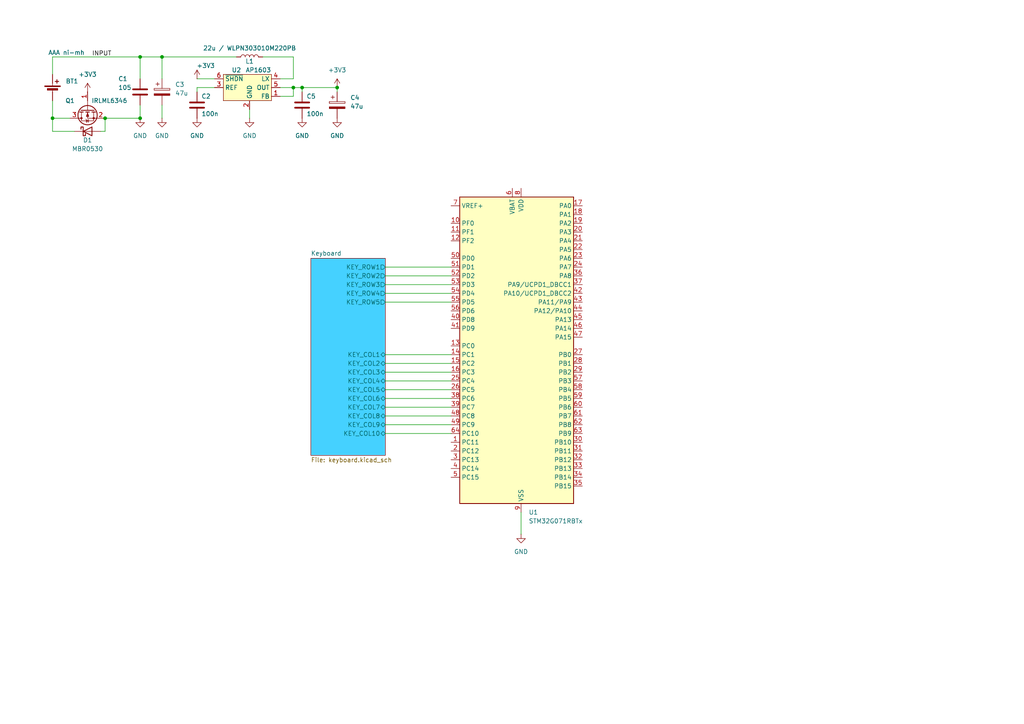
<source format=kicad_sch>
(kicad_sch (version 20231120) (generator "eeschema") (generator_version "8.0")
  (paper "A4")
  (lib_symbols
    (symbol "Device:Battery_Cell" (pin_numbers hide) (pin_names (offset 0) hide)
      (property "Reference" "BT" (at 2.54 2.54 0))
      (property "Value" "Battery_Cell" (at 2.54 0 0))
      (symbol "Battery_Cell_0_1"
        (rectangle (start -2.286 1.778) (end 2.286 1.524) (fill (type outline)))
        (rectangle (start -1.524 1.016) (end 1.524 0.508) (fill (type outline)))
        (polyline (pts (xy 0 0.762) (xy 0 0)))
        (polyline (pts (xy 0 1.778) (xy 0 2.54)))
        (polyline (pts (xy 0.762 3.048) (xy 1.778 3.048)) (stroke (width 0.254)))
        (polyline (pts (xy 1.27 3.556) (xy 1.27 2.54)) (stroke (width 0.254)))
      )
      (symbol "Battery_Cell_1_1"
        (pin passive line (at 0 5.08 270) (length 2.54) (name "+") (number "1"))
        (pin passive line (at 0 -2.54 90) (length 2.54) (name "-") (number "2"))
      )
    )
    (symbol "Device:C" (pin_numbers hide) (pin_names (offset 0.254))
      (property "Reference" "C" (at 0.635 2.54 0))
      (property "Value" "C" (at 0.635 -2.54 0))
      (symbol "C_0_1"
        (polyline (pts (xy -2.032 -0.762) (xy 2.032 -0.762)) (stroke (width 0.508)))
        (polyline (pts (xy -2.032 0.762) (xy 2.032 0.762)) (stroke (width 0.508)))
      )
      (symbol "C_1_1"
        (pin passive line (at 0 3.81 270) (length 2.794) (name "~") (number "1"))
        (pin passive line (at 0 -3.81 90) (length 2.794) (name "~") (number "2"))
      )
    )
    (symbol "Device:C_Polarized" (pin_numbers hide) (pin_names (offset 0.254))
      (property "Reference" "C" (at 0.635 2.54 0))
      (property "Value" "C_Polarized" (at 0.635 -2.54 0))
      (symbol "C_Polarized_0_1"
        (rectangle (start -2.286 0.508) (end 2.286 1.016))
        (polyline (pts (xy -1.778 2.286) (xy -0.762 2.286)))
        (polyline (pts (xy -1.27 2.794) (xy -1.27 1.778)))
        (rectangle (start 2.286 -0.508) (end -2.286 -1.016) (fill (type outline)))
      )
      (symbol "C_Polarized_1_1"
        (pin passive line (at 0 3.81 270) (length 2.794) (name "~") (number "1"))
        (pin passive line (at 0 -3.81 90) (length 2.794) (name "~") (number "2"))
      )
    )
    (symbol "Device:D_Schottky" (pin_numbers hide) (pin_names (offset 1.016) hide)
      (property "Reference" "D" (at 0 2.54 0))
      (property "Value" "D_Schottky" (at 0 -2.54 0))
      (symbol "D_Schottky_0_1"
        (polyline (pts (xy 1.27 0) (xy -1.27 0)))
        (polyline (pts (xy 1.27 1.27) (xy 1.27 -1.27) (xy -1.27 0) (xy 1.27 1.27)) (stroke (width 0.254)))
        (polyline (pts (xy -1.905 0.635) (xy -1.905 1.27) (xy -1.27 1.27) (xy -1.27 -1.27) (xy -0.635 -1.27) (xy -0.635 -0.635)) (stroke (width 0.254)))
      )
      (symbol "D_Schottky_1_1"
        (pin passive line (at -3.81 0 0) (length 2.54) (name "K") (number "1"))
        (pin passive line (at 3.81 0 180) (length 2.54) (name "A") (number "2"))
      )
    )
    (symbol "Device:L" (pin_numbers hide) (pin_names (offset 1.016) hide)
      (property "Reference" "L" (at -1.27 0 90))
      (property "Value" "L" (at 1.905 0 90))
      (symbol "L_0_1"
        (arc (start 0 -2.54) (mid 0.6323 -1.905) (end 0 -1.27))
        (arc (start 0 -1.27) (mid 0.6323 -0.635) (end 0 0))
        (arc (start 0 0) (mid 0.6323 0.635) (end 0 1.27))
        (arc (start 0 1.27) (mid 0.6323 1.905) (end 0 2.54))
      )
      (symbol "L_1_1"
        (pin passive line (at 0 3.81 270) (length 1.27) (name "1") (number "1"))
        (pin passive line (at 0 -3.81 90) (length 1.27) (name "2") (number "2"))
      )
    )
    (symbol "Device:Q_NMOS_GSD" (pin_names (offset 0) hide)
      (property "Reference" "Q" (at 5.08 1.27 0))
      (property "Value" "Q_NMOS_GSD" (at 5.08 -1.27 0))
      (symbol "Q_NMOS_GSD_0_1"
        (polyline (pts (xy 0.254 0) (xy -2.54 0)))
        (polyline (pts (xy 0.254 1.905) (xy 0.254 -1.905)) (stroke (width 0.254)))
        (polyline (pts (xy 0.762 -1.27) (xy 0.762 -2.286)) (stroke (width 0.254)))
        (polyline (pts (xy 0.762 0.508) (xy 0.762 -0.508)) (stroke (width 0.254)))
        (polyline (pts (xy 0.762 2.286) (xy 0.762 1.27)) (stroke (width 0.254)))
        (polyline (pts (xy 2.54 2.54) (xy 2.54 1.778)))
        (polyline (pts (xy 2.54 -2.54) (xy 2.54 0) (xy 0.762 0)))
        (polyline (pts (xy 0.762 -1.778) (xy 3.302 -1.778) (xy 3.302 1.778) (xy 0.762 1.778)))
        (polyline (pts (xy 1.016 0) (xy 2.032 0.381) (xy 2.032 -0.381) (xy 1.016 0)) (fill (type outline)))
        (polyline (pts (xy 2.794 0.508) (xy 2.921 0.381) (xy 3.683 0.381) (xy 3.81 0.254)))
        (polyline (pts (xy 3.302 0.381) (xy 2.921 -0.254) (xy 3.683 -0.254) (xy 3.302 0.381)))
        (circle (center 1.651 0) (radius 2.794) (stroke (width 0.254)))
        (circle (center 2.54 -1.778) (radius 0.254) (fill (type outline)))
        (circle (center 2.54 1.778) (radius 0.254) (fill (type outline)))
      )
      (symbol "Q_NMOS_GSD_1_1"
        (pin input line (at -5.08 0 0) (length 2.54) (name "G") (number "1"))
        (pin passive line (at 2.54 -5.08 90) (length 2.54) (name "S") (number "2"))
        (pin passive line (at 2.54 5.08 270) (length 2.54) (name "D") (number "3"))
      )
    )
    (symbol "MCU_ST_STM32G0:STM32G071RBTx"
      (property "Reference" "U" (at -15.24 46.99 0))
      (property "Value" "STM32G071RBTx" (at 5.08 46.99 0))
      (symbol "STM32G071RBTx_0_1"
        (rectangle (start -15.24 -43.18) (end 17.78 45.72) (stroke (width 0.254)) (fill (type background)))
      )
      (symbol "STM32G071RBTx_1_1"
        (pin bidirectional line (at -17.78 -25.4 0) (length 2.54) (name "PC11") (number "1"))
        (pin bidirectional line (at -17.78 38.1 0) (length 2.54) (name "PF0") (number "10"))
        (pin bidirectional line (at -17.78 35.56 0) (length 2.54) (name "PF1") (number "11"))
        (pin bidirectional line (at -17.78 33.02 0) (length 2.54) (name "PF2") (number "12"))
        (pin bidirectional line (at -17.78 2.54 0) (length 2.54) (name "PC0") (number "13"))
        (pin bidirectional line (at -17.78 0 0) (length 2.54) (name "PC1") (number "14"))
        (pin bidirectional line (at -17.78 -2.54 0) (length 2.54) (name "PC2") (number "15"))
        (pin bidirectional line (at -17.78 -5.08 0) (length 2.54) (name "PC3") (number "16"))
        (pin bidirectional line (at 20.32 43.18 180) (length 2.54) (name "PA0") (number "17"))
        (pin bidirectional line (at 20.32 40.64 180) (length 2.54) (name "PA1") (number "18"))
        (pin bidirectional line (at 20.32 38.1 180) (length 2.54) (name "PA2") (number "19"))
        (pin bidirectional line (at -17.78 -27.94 0) (length 2.54) (name "PC12") (number "2"))
        (pin bidirectional line (at 20.32 35.56 180) (length 2.54) (name "PA3") (number "20"))
        (pin bidirectional line (at 20.32 33.02 180) (length 2.54) (name "PA4") (number "21"))
        (pin bidirectional line (at 20.32 30.48 180) (length 2.54) (name "PA5") (number "22"))
        (pin bidirectional line (at 20.32 27.94 180) (length 2.54) (name "PA6") (number "23"))
        (pin bidirectional line (at 20.32 25.4 180) (length 2.54) (name "PA7") (number "24"))
        (pin bidirectional line (at -17.78 -7.62 0) (length 2.54) (name "PC4") (number "25"))
        (pin bidirectional line (at -17.78 -10.16 0) (length 2.54) (name "PC5") (number "26"))
        (pin bidirectional line (at 20.32 0 180) (length 2.54) (name "PB0") (number "27"))
        (pin bidirectional line (at 20.32 -2.54 180) (length 2.54) (name "PB1") (number "28"))
        (pin bidirectional line (at 20.32 -5.08 180) (length 2.54) (name "PB2") (number "29"))
        (pin bidirectional line (at -17.78 -30.48 0) (length 2.54) (name "PC13") (number "3"))
        (pin bidirectional line (at 20.32 -25.4 180) (length 2.54) (name "PB10") (number "30"))
        (pin bidirectional line (at 20.32 -27.94 180) (length 2.54) (name "PB11") (number "31"))
        (pin bidirectional line (at 20.32 -30.48 180) (length 2.54) (name "PB12") (number "32"))
        (pin bidirectional line (at 20.32 -33.02 180) (length 2.54) (name "PB13") (number "33"))
        (pin bidirectional line (at 20.32 -35.56 180) (length 2.54) (name "PB14") (number "34"))
        (pin bidirectional line (at 20.32 -38.1 180) (length 2.54) (name "PB15") (number "35"))
        (pin bidirectional line (at 20.32 22.86 180) (length 2.54) (name "PA8") (number "36"))
        (pin bidirectional line (at 20.32 20.32 180) (length 2.54) (name "PA9/UCPD1_DBCC1") (number "37"))
        (pin bidirectional line (at -17.78 -12.7 0) (length 2.54) (name "PC6") (number "38"))
        (pin bidirectional line (at -17.78 -15.24 0) (length 2.54) (name "PC7") (number "39"))
        (pin bidirectional line (at -17.78 -33.02 0) (length 2.54) (name "PC14") (number "4"))
        (pin bidirectional line (at -17.78 10.16 0) (length 2.54) (name "PD8") (number "40"))
        (pin bidirectional line (at -17.78 7.62 0) (length 2.54) (name "PD9") (number "41"))
        (pin bidirectional line (at 20.32 17.78 180) (length 2.54) (name "PA10/UCPD1_DBCC2") (number "42"))
        (pin bidirectional line (at 20.32 15.24 180) (length 2.54) (name "PA11/PA9") (number "43"))
        (pin bidirectional line (at 20.32 12.7 180) (length 2.54) (name "PA12/PA10") (number "44"))
        (pin bidirectional line (at 20.32 10.16 180) (length 2.54) (name "PA13") (number "45"))
        (pin bidirectional line (at 20.32 7.62 180) (length 2.54) (name "PA14") (number "46"))
        (pin bidirectional line (at 20.32 5.08 180) (length 2.54) (name "PA15") (number "47"))
        (pin bidirectional line (at -17.78 -17.78 0) (length 2.54) (name "PC8") (number "48"))
        (pin bidirectional line (at -17.78 -20.32 0) (length 2.54) (name "PC9") (number "49"))
        (pin bidirectional line (at -17.78 -35.56 0) (length 2.54) (name "PC15") (number "5"))
        (pin bidirectional line (at -17.78 27.94 0) (length 2.54) (name "PD0") (number "50"))
        (pin bidirectional line (at -17.78 25.4 0) (length 2.54) (name "PD1") (number "51"))
        (pin bidirectional line (at -17.78 22.86 0) (length 2.54) (name "PD2") (number "52"))
        (pin bidirectional line (at -17.78 20.32 0) (length 2.54) (name "PD3") (number "53"))
        (pin bidirectional line (at -17.78 17.78 0) (length 2.54) (name "PD4") (number "54"))
        (pin bidirectional line (at -17.78 15.24 0) (length 2.54) (name "PD5") (number "55"))
        (pin bidirectional line (at -17.78 12.7 0) (length 2.54) (name "PD6") (number "56"))
        (pin bidirectional line (at 20.32 -7.62 180) (length 2.54) (name "PB3") (number "57"))
        (pin bidirectional line (at 20.32 -10.16 180) (length 2.54) (name "PB4") (number "58"))
        (pin bidirectional line (at 20.32 -12.7 180) (length 2.54) (name "PB5") (number "59"))
        (pin power_in line (at 0 48.26 270) (length 2.54) (name "VBAT") (number "6"))
        (pin bidirectional line (at 20.32 -15.24 180) (length 2.54) (name "PB6") (number "60"))
        (pin bidirectional line (at 20.32 -17.78 180) (length 2.54) (name "PB7") (number "61"))
        (pin bidirectional line (at 20.32 -20.32 180) (length 2.54) (name "PB8") (number "62"))
        (pin bidirectional line (at 20.32 -22.86 180) (length 2.54) (name "PB9") (number "63"))
        (pin bidirectional line (at -17.78 -22.86 0) (length 2.54) (name "PC10") (number "64"))
        (pin input line (at -17.78 43.18 0) (length 2.54) (name "VREF+") (number "7"))
        (pin power_in line (at 2.54 48.26 270) (length 2.54) (name "VDD") (number "8"))
        (pin power_in line (at 2.54 -45.72 90) (length 2.54) (name "VSS") (number "9"))
      )
    )
    (symbol "airMouseLib:AP1603"
      (property "Reference" "U" (at 1.524 6.858 0))
      (property "Value" "AP1603" (at 1.27 5.08 0))
      (symbol "AP1603_1_1"
        (rectangle (start -6.35 3.81) (end 7.62 -3.81) (fill (type background)))
        (pin input line (at 10.16 -2.54 180) (length 2.54) (name "FB") (number "1"))
        (pin power_in line (at 1.27 -6.35 90) (length 2.54) (name "GND") (number "2"))
        (pin passive line (at -8.89 0 0) (length 2.54) (name "REF") (number "3"))
        (pin passive line (at 10.16 2.54 180) (length 2.54) (name "LX") (number "4"))
        (pin power_out line (at 10.16 0 180) (length 2.54) (name "OUT") (number "5"))
        (pin input line (at -8.89 2.54 0) (length 2.54) (name "~{SHDN}") (number "6"))
      )
    )
    (symbol "power:+3V3" (power) (pin_numbers hide) (pin_names (offset 0) hide)
      (property "Value" "+3V3" (at 0 3.556 0))
      (symbol "+3V3_0_1"
        (polyline (pts (xy -0.762 1.27) (xy 0 2.54)))
        (polyline (pts (xy 0 0) (xy 0 2.54)))
        (polyline (pts (xy 0 2.54) (xy 0.762 1.27)))
      )
      (symbol "+3V3_1_1"
        (pin power_in line (at 0 0 90) (length 0) (name "~") (number "1"))
      )
    )
    (symbol "power:GND" (power) (pin_numbers hide) (pin_names (offset 0) hide)
      (property "Value" "GND" (at 0 -3.81 0))
      (symbol "GND_0_1"
        (polyline (pts (xy 0 0) (xy 0 -1.27) (xy 1.27 -1.27) (xy 0 -2.54) (xy -1.27 -1.27) (xy 0 -1.27)))
      )
      (symbol "GND_1_1"
        (pin power_in line (at 0 0 270) (length 0) (name "~") (number "1"))
      )
    )
  )
  (junction (at 87.63 25.4))
  (junction (at 40.64 16.51))
  (junction (at 46.99 16.51))
  (junction (at 40.64 34.29))
  (junction (at 85.09 25.4))
  (junction (at 15.24 34.29))
  (junction (at 97.79 25.4))
  (junction (at 30.48 34.29))
  (wire (pts (xy 30.48 34.29) (xy 40.64 34.29)))
  (wire (pts (xy 15.24 34.29) (xy 15.24 38.1)))
  (wire (pts (xy 81.28 25.4) (xy 85.09 25.4)))
  (wire (pts (xy 46.99 16.51) (xy 68.58 16.51)))
  (wire (pts (xy 111.76 105.41) (xy 130.81 105.41)))
  (wire (pts (xy 97.79 25.4) (xy 97.79 26.67)))
  (wire (pts (xy 57.15 25.4) (xy 62.23 25.4)))
  (wire (pts (xy 46.99 16.51) (xy 46.99 22.86)))
  (wire (pts (xy 111.76 118.11) (xy 130.81 118.11)))
  (wire (pts (xy 87.63 25.4) (xy 97.79 25.4)))
  (wire (pts (xy 57.15 22.86) (xy 62.23 22.86)))
  (wire (pts (xy 72.39 31.75) (xy 72.39 34.29)))
  (wire (pts (xy 15.24 34.29) (xy 20.32 34.29)))
  (wire (pts (xy 76.2 16.51) (xy 85.09 16.51)))
  (wire (pts (xy 111.76 77.47) (xy 130.81 77.47)))
  (wire (pts (xy 29.21 38.1) (xy 30.48 38.1)))
  (wire (pts (xy 111.76 120.65) (xy 130.81 120.65)))
  (wire (pts (xy 111.76 115.57) (xy 130.81 115.57)))
  (wire (pts (xy 81.28 27.94) (xy 85.09 27.94)))
  (wire (pts (xy 111.76 107.95) (xy 130.81 107.95)))
  (wire (pts (xy 151.13 148.59) (xy 151.13 154.94)))
  (wire (pts (xy 40.64 16.51) (xy 46.99 16.51)))
  (wire (pts (xy 85.09 16.51) (xy 85.09 22.86)))
  (wire (pts (xy 111.76 113.03) (xy 130.81 113.03)))
  (wire (pts (xy 85.09 25.4) (xy 87.63 25.4)))
  (wire (pts (xy 111.76 87.63) (xy 130.81 87.63)))
  (wire (pts (xy 111.76 102.87) (xy 130.81 102.87)))
  (wire (pts (xy 87.63 25.4) (xy 87.63 26.67)))
  (wire (pts (xy 40.64 34.29) (xy 40.64 30.48)))
  (wire (pts (xy 111.76 85.09) (xy 130.81 85.09)))
  (wire (pts (xy 46.99 30.48) (xy 46.99 34.29)))
  (wire (pts (xy 30.48 34.29) (xy 30.48 38.1)))
  (wire (pts (xy 15.24 34.29) (xy 15.24 29.21)))
  (wire (pts (xy 111.76 82.55) (xy 130.81 82.55)))
  (wire (pts (xy 40.64 16.51) (xy 40.64 22.86)))
  (wire (pts (xy 111.76 110.49) (xy 130.81 110.49)))
  (wire (pts (xy 111.76 80.01) (xy 130.81 80.01)))
  (wire (pts (xy 85.09 22.86) (xy 81.28 22.86)))
  (wire (pts (xy 111.76 123.19) (xy 130.81 123.19)))
  (wire (pts (xy 57.15 26.67) (xy 57.15 25.4)))
  (wire (pts (xy 21.59 38.1) (xy 15.24 38.1)))
  (wire (pts (xy 111.76 125.73) (xy 130.81 125.73)))
  (wire (pts (xy 85.09 27.94) (xy 85.09 25.4)))
  (wire (pts (xy 15.24 16.51) (xy 40.64 16.51)))
  (wire (pts (xy 15.24 16.51) (xy 15.24 21.59)))
  (text "Laser: LC-LMD-650-03-01-A" (at 307.34 50.8 0) (effects (font (size 1.27 1.27)) (justify left)))
  (label "INPUT" (at 26.67 16.51 0))
  (symbol (lib_id "power:+3V3") (at 97.79 25.4 0) (unit 1)
    (property "Reference" "#PWR09" (effects (hide yes)))
    (property "Value" "+3V3" (at 97.79 20.32 0))
    (property "Description" "Power symbol creates a global label with name \"+3V3\"" (effects (hide yes)))
  )
  (symbol (lib_id "Device:Battery_Cell") (at 15.24 26.67 0) (unit 1)
    (property "Reference" "BT1" (at 19.05 23.5584 0) (effects (justify left)))
    (property "Value" "AAA ni-mh" (at 13.97 15.24 0) (effects (justify left)))
    (property "Description" "Single-cell battery" (effects (hide yes)))
  )
  (symbol (lib_id "airMouseLib:AP1603") (at 71.12 25.4 0) (unit 1)
    (property "Reference" "U2" (at 68.58 20.32 0))
    (property "Value" "AP1603" (at 74.93 20.32 0))
    (property "Footprint" "Package_TO_SOT_SMD:SOT-23-6" (effects (hide yes)))
  )
  (symbol (lib_id "power:+3V3") (at 57.15 22.86 0) (unit 1)
    (property "Reference" "#PWR04" (effects (hide yes)))
    (property "Value" "+3V3" (at 59.69 19.05 0))
    (property "Description" "Power symbol creates a global label with name \"+3V3\"" (effects (hide yes)))
  )
  (symbol (lib_id "Device:D_Schottky") (at 25.4 38.1 0) (unit 1)
    (property "Reference" "D1" (at 25.4 40.64 0))
    (property "Value" "MBR0530" (at 25.4 43.18 0))
    (property "Footprint" "Diode_SMD:D_SOD-123" (effects (hide yes)))
    (property "Description" "Schottky diode" (effects (hide yes)))
  )
  (symbol (lib_id "power:GND") (at 57.15 34.29 0) (unit 1)
    (property "Reference" "#PWR03" (effects (hide yes)))
    (property "Value" "GND" (at 57.15 39.37 0))
    (property "Description" "Power symbol creates a global label with name \"GND\" , ground" (effects (hide yes)))
  )
  (symbol (lib_id "power:GND") (at 46.99 34.29 0) (unit 1)
    (property "Reference" "#PWR05" (effects (hide yes)))
    (property "Value" "GND" (at 46.99 39.37 0))
    (property "Description" "Power symbol creates a global label with name \"GND\" , ground" (effects (hide yes)))
  )
  (symbol (lib_id "power:GND") (at 40.64 34.29 0) (unit 1)
    (property "Reference" "#PWR02" (effects (hide yes)))
    (property "Value" "GND" (at 40.64 39.37 0))
    (property "Description" "Power symbol creates a global label with name \"GND\" , ground" (effects (hide yes)))
  )
  (symbol (lib_id "Device:C") (at 87.63 30.48 0) (unit 1)
    (property "Reference" "C5" (at 88.9 27.94 0) (effects (justify left)))
    (property "Value" "100n" (at 88.9 33.02 0) (effects (justify left)))
    (property "Description" "Unpolarized capacitor" (effects (hide yes)))
  )
  (symbol (lib_id "Device:C") (at 40.64 26.67 0) (unit 1)
    (property "Reference" "C1" (at 34.29 22.86 0) (effects (justify left)))
    (property "Value" "105" (at 34.29 25.4 0) (effects (justify left)))
    (property "Description" "Unpolarized capacitor" (effects (hide yes)))
  )
  (symbol (lib_id "power:GND") (at 151.13 154.94 0) (unit 1)
    (property "Reference" "#PWR010" (effects (hide yes)))
    (property "Value" "GND" (at 151.13 160.02 0))
    (property "Description" "Power symbol creates a global label with name \"GND\" , ground" (effects (hide yes)))
  )
  (symbol (lib_id "Device:C_Polarized") (at 46.99 26.67 0) (unit 1)
    (property "Reference" "C3" (at 50.8 24.5109 0) (effects (justify left)))
    (property "Value" "47u" (at 50.8 27.0509 0) (effects (justify left)))
    (property "Description" "Polarized capacitor" (effects (hide yes)))
  )
  (symbol (lib_id "power:+3V3") (at 25.4 26.67 0) (unit 1)
    (property "Reference" "#PWR01" (effects (hide yes)))
    (property "Value" "+3V3" (at 25.4 21.59 0))
    (property "Description" "Power symbol creates a global label with name \"+3V3\"" (effects (hide yes)))
  )
  (symbol (lib_id "power:GND") (at 87.63 34.29 0) (unit 1)
    (property "Reference" "#PWR08" (effects (hide yes)))
    (property "Value" "GND" (at 87.63 39.37 0))
    (property "Description" "Power symbol creates a global label with name \"GND\" , ground" (effects (hide yes)))
  )
  (symbol (lib_id "Device:L") (at 72.39 16.51 90) (unit 1)
    (property "Reference" "L1" (at 72.39 17.78 90))
    (property "Value" "22u / WLPN303010M220PB" (at 72.39 13.97 90))
    (property "Footprint" "Inductor_SMD:L_Abracon_ASPI-3012S" (effects (hide yes)))
    (property "Description" "Inductor" (effects (hide yes)))
  )
  (symbol (lib_id "power:GND") (at 97.79 34.29 0) (unit 1)
    (property "Reference" "#PWR07" (effects (hide yes)))
    (property "Value" "GND" (at 97.79 39.37 0))
    (property "Description" "Power symbol creates a global label with name \"GND\" , ground" (effects (hide yes)))
  )
  (symbol (lib_id "power:GND") (at 72.39 34.29 0) (unit 1)
    (property "Reference" "#PWR06" (effects (hide yes)))
    (property "Value" "GND" (at 72.39 39.37 0))
    (property "Description" "Power symbol creates a global label with name \"GND\" , ground" (effects (hide yes)))
  )
  (symbol (lib_id "Device:C_Polarized") (at 97.79 30.48 0) (unit 1)
    (property "Reference" "C4" (at 101.6 28.3209 0) (effects (justify left)))
    (property "Value" "47u" (at 101.6 30.8609 0) (effects (justify left)))
    (property "Description" "Polarized capacitor" (effects (hide yes)))
  )
  (symbol (lib_id "MCU_ST_STM32G0:STM32G071RBTx") (at 148.59 102.87 0) (unit 1)
    (property "Reference" "U1" (at 153.3241 148.59 0) (effects (justify left)))
    (property "Value" "STM32G071RBTx" (at 153.3241 151.13 0) (effects (justify left)))
    (property "Footprint" "Package_QFP:LQFP-64_10x10mm_P0.5mm" (effects (hide yes)))
    (property "Datasheet" "https://www.st.com/resource/en/datasheet/stm32g071rb.pdf" (effects (hide yes)))
    (property "Description" "STMicroelectronics Arm Cortex-M0+ MCU, 128KB flash, 36KB RAM, 64 MHz, 1.7-3.6V, 60 GPIO, LQFP64" (effects (hide yes)))
  )
  (symbol (lib_id "Device:C") (at 57.15 30.48 0) (unit 1)
    (property "Reference" "C2" (at 58.42 27.94 0) (effects (justify left)))
    (property "Value" "100n" (at 58.42 33.02 0) (effects (justify left)))
    (property "Description" "Unpolarized capacitor" (effects (hide yes)))
  )
  (symbol (lib_id "Device:Q_NMOS_GSD") (at 25.4 31.75 90) (mirror x) (unit 1)
    (property "Reference" "Q1" (at 20.32 29.21 90))
    (property "Value" "IRLML6346" (at 31.75 29.21 90))
    (property "Footprint" "Package_TO_SOT_SMD:SOT-23" (effects (hide yes)))
    (property "Description" "N-MOSFET transistor, gate/source/drain" (effects (hide yes)))
  )
  (sheet (at 90.17 74.93) (size 21.59 57.15) (stroke (width 0.1524)) (fill (color 69 209 255 1.0000))
    (property "Sheetname" "Keyboard" (at 90.17 74.2184 0) (effects (justify left bottom)))
    (property "Sheetfile" "keyboard.kicad_sch" (at 90.17 132.6646 0) (effects (justify left top)))
    (pin "KEY_COL3" bidirectional (at 111.76 107.95 0))
    (pin "KEY_COL1" bidirectional (at 111.76 102.87 0))
    (pin "KEY_COL2" bidirectional (at 111.76 105.41 0))
    (pin "KEY_COL4" bidirectional (at 111.76 110.49 0))
    (pin "KEY_COL5" bidirectional (at 111.76 113.03 0))
    (pin "KEY_COL6" bidirectional (at 111.76 115.57 0))
    (pin "KEY_ROW1" output (at 111.76 77.47 0))
    (pin "KEY_ROW2" output (at 111.76 80.01 0))
    (pin "KEY_COL10" bidirectional (at 111.76 125.73 0))
    (pin "KEY_COL9" bidirectional (at 111.76 123.19 0))
    (pin "KEY_ROW3" output (at 111.76 82.55 0))
    (pin "KEY_ROW5" output (at 111.76 87.63 0))
    (pin "KEY_ROW4" output (at 111.76 85.09 0))
    (pin "KEY_COL7" bidirectional (at 111.76 118.11 0))
    (pin "KEY_COL8" bidirectional (at 111.76 120.65 0))
  )
)
</source>
